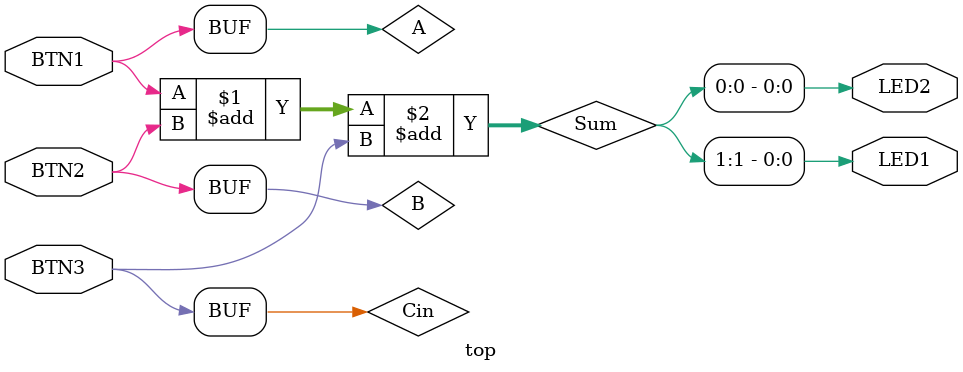
<source format=v>
/*
 *  icebreaker examples - 1-bit full adder
 *
 *  Copyright (C) 2019 Albin Söderqvist <albin@fripost.org>
 *
 *  Permission to use, copy, modify, and/or distribute this software for any
 *  purpose with or without fee is hereby granted, provided that the above
 *  copyright notice and this permission notice appear in all copies.
 *
 *  THE SOFTWARE IS PROVIDED "AS IS" AND THE AUTHOR DISCLAIMS ALL WARRANTIES
 *  WITH REGARD TO THIS SOFTWARE INCLUDING ALL IMPLIED WARRANTIES OF
 *  MERCHANTABILITY AND FITNESS. IN NO EVENT SHALL THE AUTHOR BE LIABLE FOR
 *  ANY SPECIAL, DIRECT, INDIRECT, OR CONSEQUENTIAL DAMAGES OR ANY DAMAGES
 *  WHATSOEVER RESULTING FROM LOSS OF USE, DATA OR PROFITS, WHETHER IN AN
 *  ACTION OF CONTRACT, NEGLIGENCE OR OTHER TORTIOUS ACTION, ARISING OUT OF
 *  OR IN CONNECTION WITH THE USE OR PERFORMANCE OF THIS SOFTWARE.
 *
 */

// Pressing the buttons 1-3 (or not) in various combinations
// will represent the two-bit binary numbers 00, 01, 10 and 11
// by enabling some of the built-in LEDs.

module top(BTN1, BTN2, BTN3, LED1, LED2);
   input BTN1, BTN2, BTN3;
   output LED1, LED2;
   wire [1:0] Sum;
   wire   A, B, Cin;
   assign   BTN1 = A, BTN2 = B, BTN3 = Cin;
   assign {LED1, LED2} = Sum;
   assign Sum = A + B + Cin;
endmodule

</source>
